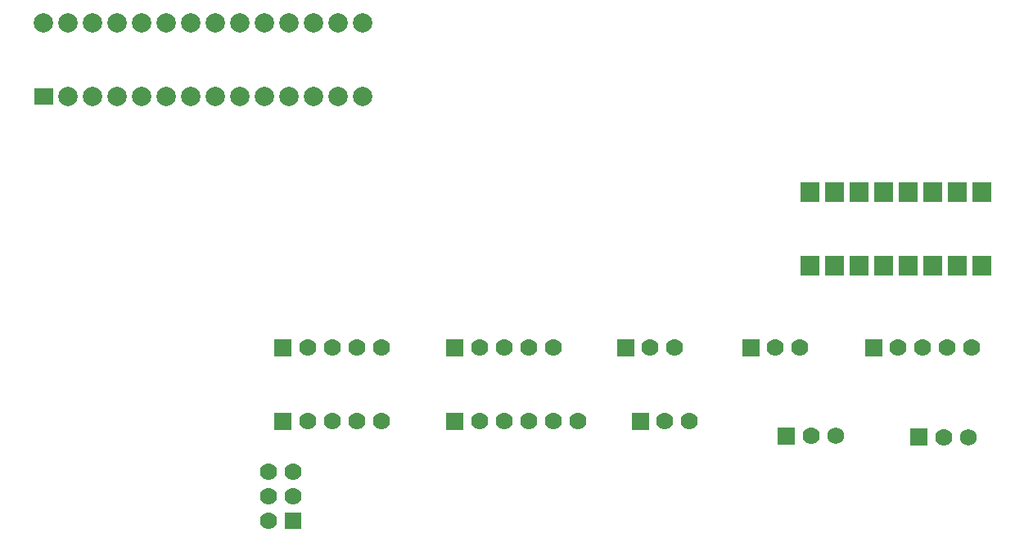
<source format=gbs>
G04 Layer: BottomSolderMaskLayer*
G04 EasyEDA v6.3.53, 2020-07-07T17:09:39+02:00*
G04 a5cadded52d348ca89a3f83f906f7d41,10*
G04 Gerber Generator version 0.2*
G04 Scale: 100 percent, Rotated: No, Reflected: No *
G04 Dimensions in millimeters *
G04 leading zeros omitted , absolute positions ,3 integer and 3 decimal *
%FSLAX33Y33*%
%MOMM*%
G90*
G71D02*

%ADD68C,2.003196*%
%ADD74C,1.778000*%
%ADD75R,1.778000X1.778000*%
%ADD84C,1.727200*%

%LPD*%
G54D68*
G01X9652Y57785D03*
G01X12192Y57785D03*
G01X14732Y57785D03*
G01X17272Y57785D03*
G01X19812Y57785D03*
G01X22352Y57785D03*
G01X24892Y57785D03*
G01X27432Y57785D03*
G01X29972Y57785D03*
G01X32512Y57785D03*
G01X35052Y57785D03*
G01X37592Y57785D03*
G01X40132Y57785D03*
G01X42672Y57785D03*
G01X42672Y50165D03*
G01X40132Y50165D03*
G01X37592Y50165D03*
G01X35052Y50165D03*
G01X32512Y50165D03*
G01X29972Y50165D03*
G01X27432Y50165D03*
G01X24892Y50165D03*
G01X22352Y50165D03*
G01X19812Y50165D03*
G01X14732Y50165D03*
G01X17272Y50165D03*
G01X12192Y50165D03*
G36*
G01X8651Y49301D02*
G01X8651Y51028D01*
G01X10652Y51028D01*
G01X10652Y49301D01*
G01X8651Y49301D01*
G37*
G54D74*
G01X32893Y11303D03*
G01X35433Y11303D03*
G01X32893Y8763D03*
G01X35433Y8763D03*
G01X32893Y6223D03*
G54D75*
G01X35433Y6223D03*
G54D74*
G01X64897Y16510D03*
G01X62357Y16510D03*
G01X59817Y16510D03*
G01X57277Y16510D03*
G01X54737Y16510D03*
G36*
G01X51308Y15621D02*
G01X51308Y17399D01*
G01X53086Y17399D01*
G01X53086Y15621D01*
G01X51308Y15621D01*
G37*
G36*
G01X87899Y31638D02*
G01X87899Y33639D01*
G01X89900Y33639D01*
G01X89900Y31638D01*
G01X87899Y31638D01*
G37*
G36*
G01X90439Y31638D02*
G01X90439Y33639D01*
G01X92440Y33639D01*
G01X92440Y31638D01*
G01X90439Y31638D01*
G37*
G36*
G01X98059Y31638D02*
G01X98059Y33639D01*
G01X100060Y33639D01*
G01X100060Y31638D01*
G01X98059Y31638D01*
G37*
G36*
G01X100599Y31638D02*
G01X100599Y33639D01*
G01X102600Y33639D01*
G01X102600Y31638D01*
G01X100599Y31638D01*
G37*
G36*
G01X92979Y31638D02*
G01X92979Y33639D01*
G01X94980Y33639D01*
G01X94980Y31638D01*
G01X92979Y31638D01*
G37*
G36*
G01X95519Y31638D02*
G01X95519Y33639D01*
G01X97520Y33639D01*
G01X97520Y31638D01*
G01X95519Y31638D01*
G37*
G36*
G01X103139Y31638D02*
G01X103139Y33639D01*
G01X105140Y33639D01*
G01X105140Y31638D01*
G01X103139Y31638D01*
G37*
G36*
G01X105679Y31638D02*
G01X105679Y33639D01*
G01X107680Y33639D01*
G01X107680Y31638D01*
G01X105679Y31638D01*
G37*
G36*
G01X105679Y39258D02*
G01X105679Y41259D01*
G01X107680Y41259D01*
G01X107680Y39258D01*
G01X105679Y39258D01*
G37*
G36*
G01X103139Y39258D02*
G01X103139Y41259D01*
G01X105140Y41259D01*
G01X105140Y39258D01*
G01X103139Y39258D01*
G37*
G36*
G01X100599Y39258D02*
G01X100599Y41259D01*
G01X102600Y41259D01*
G01X102600Y39258D01*
G01X100599Y39258D01*
G37*
G36*
G01X98059Y39258D02*
G01X98059Y41259D01*
G01X100060Y41259D01*
G01X100060Y39258D01*
G01X98059Y39258D01*
G37*
G36*
G01X95519Y39258D02*
G01X95519Y41259D01*
G01X97520Y41259D01*
G01X97520Y39258D01*
G01X95519Y39258D01*
G37*
G36*
G01X92979Y39258D02*
G01X92979Y41259D01*
G01X94980Y41259D01*
G01X94980Y39258D01*
G01X92979Y39258D01*
G37*
G36*
G01X90439Y39258D02*
G01X90439Y41259D01*
G01X92440Y41259D01*
G01X92440Y39258D01*
G01X90439Y39258D01*
G37*
G36*
G01X87899Y39258D02*
G01X87899Y41259D01*
G01X89900Y41259D01*
G01X89900Y39258D01*
G01X87899Y39258D01*
G37*
G01X87884Y24130D03*
G01X85344Y24130D03*
G36*
G01X81915Y23241D02*
G01X81915Y25019D01*
G01X83693Y25019D01*
G01X83693Y23241D01*
G01X81915Y23241D01*
G37*
G01X74930Y24130D03*
G01X72390Y24130D03*
G36*
G01X68961Y23241D02*
G01X68961Y25019D01*
G01X70739Y25019D01*
G01X70739Y23241D01*
G01X68961Y23241D01*
G37*
G01X76454Y16510D03*
G01X73914Y16510D03*
G36*
G01X70485Y15621D02*
G01X70485Y17399D01*
G01X72263Y17399D01*
G01X72263Y15621D01*
G01X70485Y15621D01*
G37*
G01X105664Y24130D03*
G01X103124Y24130D03*
G01X100584Y24130D03*
G01X98044Y24130D03*
G36*
G01X94615Y23241D02*
G01X94615Y25019D01*
G01X96393Y25019D01*
G01X96393Y23241D01*
G01X94615Y23241D01*
G37*
G01X62357Y24130D03*
G01X59817Y24130D03*
G01X57277Y24130D03*
G01X54737Y24130D03*
G36*
G01X51308Y23241D02*
G01X51308Y25019D01*
G01X53086Y25019D01*
G01X53086Y23241D01*
G01X51308Y23241D01*
G37*
G01X44577Y16510D03*
G01X42037Y16510D03*
G01X39497Y16510D03*
G01X36957Y16510D03*
G36*
G01X33528Y15621D02*
G01X33528Y17399D01*
G01X35306Y17399D01*
G01X35306Y15621D01*
G01X33528Y15621D01*
G37*
G01X44577Y24130D03*
G01X42037Y24130D03*
G01X39497Y24130D03*
G01X36957Y24130D03*
G36*
G01X33528Y23241D02*
G01X33528Y25019D01*
G01X35306Y25019D01*
G01X35306Y23241D01*
G01X33528Y23241D01*
G37*
G36*
G01X99314Y13970D02*
G01X99314Y15748D01*
G01X101092Y15748D01*
G01X101092Y13970D01*
G01X99314Y13970D01*
G37*
G01X102743Y14859D03*
G54D84*
G01X105283Y14859D03*
G36*
G01X85598Y14097D02*
G01X85598Y15875D01*
G01X87376Y15875D01*
G01X87376Y14097D01*
G01X85598Y14097D01*
G37*
G54D74*
G01X89027Y14986D03*
G54D84*
G01X91567Y14986D03*
M00*
M02*

</source>
